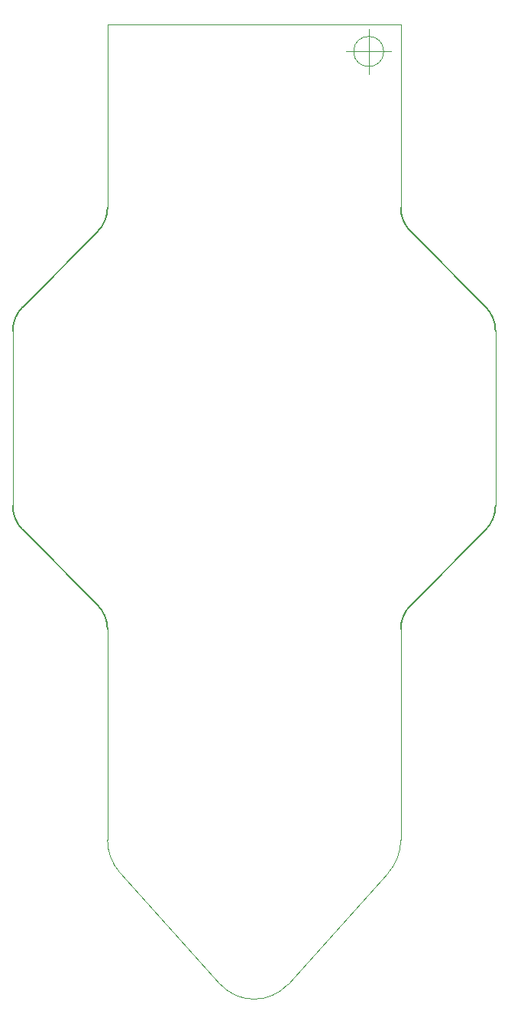
<source format=gbr>
%TF.GenerationSoftware,KiCad,Pcbnew,(6.0.1)*%
%TF.CreationDate,2022-02-05T18:26:11+11:00*%
%TF.ProjectId,ESP32_LED_Controller_v1,45535033-325f-44c4-9544-5f436f6e7472,rev?*%
%TF.SameCoordinates,Original*%
%TF.FileFunction,Profile,NP*%
%FSLAX46Y46*%
G04 Gerber Fmt 4.6, Leading zero omitted, Abs format (unit mm)*
G04 Created by KiCad (PCBNEW (6.0.1)) date 2022-02-05 18:26:11*
%MOMM*%
%LPD*%
G01*
G04 APERTURE LIST*
%TA.AperFunction,Profile*%
%ADD10C,0.100000*%
%TD*%
%TA.AperFunction,Profile*%
%ADD11C,0.150000*%
%TD*%
G04 APERTURE END LIST*
D10*
X74086666Y-30280000D02*
G75*
G03*
X74086666Y-30280000I-1666666J0D01*
G01*
X69920000Y-30280000D02*
X74920000Y-30280000D01*
X72420000Y-27780000D02*
X72420000Y-32780000D01*
D11*
X85376650Y-83281650D02*
G75*
G03*
X86475000Y-80630000I-2651648J2651650D01*
G01*
D10*
X32975000Y-61230000D02*
X32975000Y-80630000D01*
X63475000Y-133634826D02*
X74599108Y-121273745D01*
X43475000Y-27280000D02*
X43473350Y-47578350D01*
X43475000Y-27280000D02*
X50725000Y-27280000D01*
D11*
X43473350Y-94281650D02*
G75*
G03*
X42375000Y-91630000I-3749998J0D01*
G01*
X34073350Y-58578350D02*
G75*
G03*
X32975000Y-61230000I2651648J-2651650D01*
G01*
X86475000Y-61230000D02*
G75*
G03*
X85376650Y-58578350I-3749998J0D01*
G01*
D10*
X59725000Y-135280000D02*
G75*
G03*
X63475000Y-133634826I-3J5096459D01*
G01*
X86475000Y-61230000D02*
X86475000Y-80630000D01*
X75976650Y-94281650D02*
X75975000Y-117634826D01*
X44850892Y-121273745D02*
X55975000Y-133634826D01*
D11*
X34073350Y-58578350D02*
X42375000Y-50230000D01*
X77075000Y-50230000D02*
X85376650Y-58578350D01*
X42375000Y-50230000D02*
G75*
G03*
X43473350Y-47578350I-2651648J2651650D01*
G01*
X77075000Y-91630000D02*
G75*
G03*
X75976650Y-94281650I2651648J-2651650D01*
G01*
X34073350Y-83281650D02*
X42375000Y-91630000D01*
D10*
X43473350Y-94281650D02*
X43475000Y-117634826D01*
X74599108Y-121273745D02*
G75*
G03*
X75975000Y-117634826I-4124102J3638917D01*
G01*
D11*
X32975000Y-80630000D02*
G75*
G03*
X34073350Y-83281650I3749998J0D01*
G01*
D10*
X43475000Y-117634826D02*
G75*
G03*
X44850892Y-121273745I5499994J-2D01*
G01*
X68725000Y-27280000D02*
X50725000Y-27280000D01*
X75975000Y-27280000D02*
X75976650Y-47578350D01*
D11*
X75976650Y-47578350D02*
G75*
G03*
X77075000Y-50230000I3749998J0D01*
G01*
D10*
X55975000Y-133634826D02*
G75*
G03*
X59725000Y-135280000I3750003J3451285D01*
G01*
X68725000Y-27280000D02*
X75975000Y-27280000D01*
D11*
X77075000Y-91630000D02*
X85376650Y-83281650D01*
M02*

</source>
